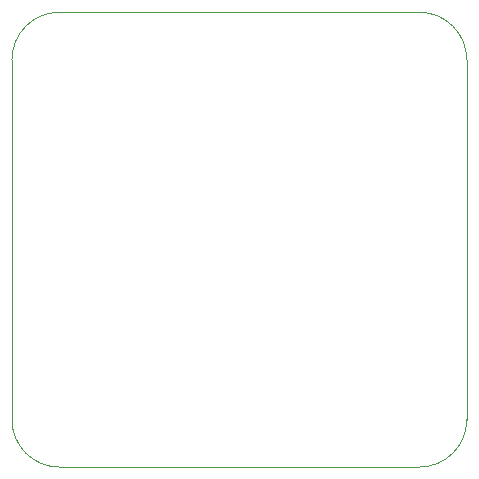
<source format=gbr>
%TF.GenerationSoftware,KiCad,Pcbnew,(6.0.4)*%
%TF.CreationDate,2023-01-18T12:07:05-06:00*%
%TF.ProjectId,Flight_Controller,466c6967-6874-45f4-936f-6e74726f6c6c,rev?*%
%TF.SameCoordinates,Original*%
%TF.FileFunction,Profile,NP*%
%FSLAX46Y46*%
G04 Gerber Fmt 4.6, Leading zero omitted, Abs format (unit mm)*
G04 Created by KiCad (PCBNEW (6.0.4)) date 2023-01-18 12:07:05*
%MOMM*%
%LPD*%
G01*
G04 APERTURE LIST*
%TA.AperFunction,Profile*%
%ADD10C,0.100000*%
%TD*%
G04 APERTURE END LIST*
D10*
X153010000Y-96460000D02*
X122510000Y-96460000D01*
X153010000Y-96460000D02*
G75*
G03*
X157010000Y-92460000I0J4000000D01*
G01*
X122510000Y-57960000D02*
X153010000Y-57960000D01*
X118510000Y-92460000D02*
X118510000Y-61960000D01*
X118510000Y-92460000D02*
G75*
G03*
X122510000Y-96460000I4000000J0D01*
G01*
X157010000Y-61960000D02*
X157010000Y-92460000D01*
X157010000Y-61960000D02*
G75*
G03*
X153010000Y-57960000I-4000000J0D01*
G01*
X122510000Y-57960000D02*
G75*
G03*
X118510000Y-61960000I0J-4000000D01*
G01*
M02*

</source>
